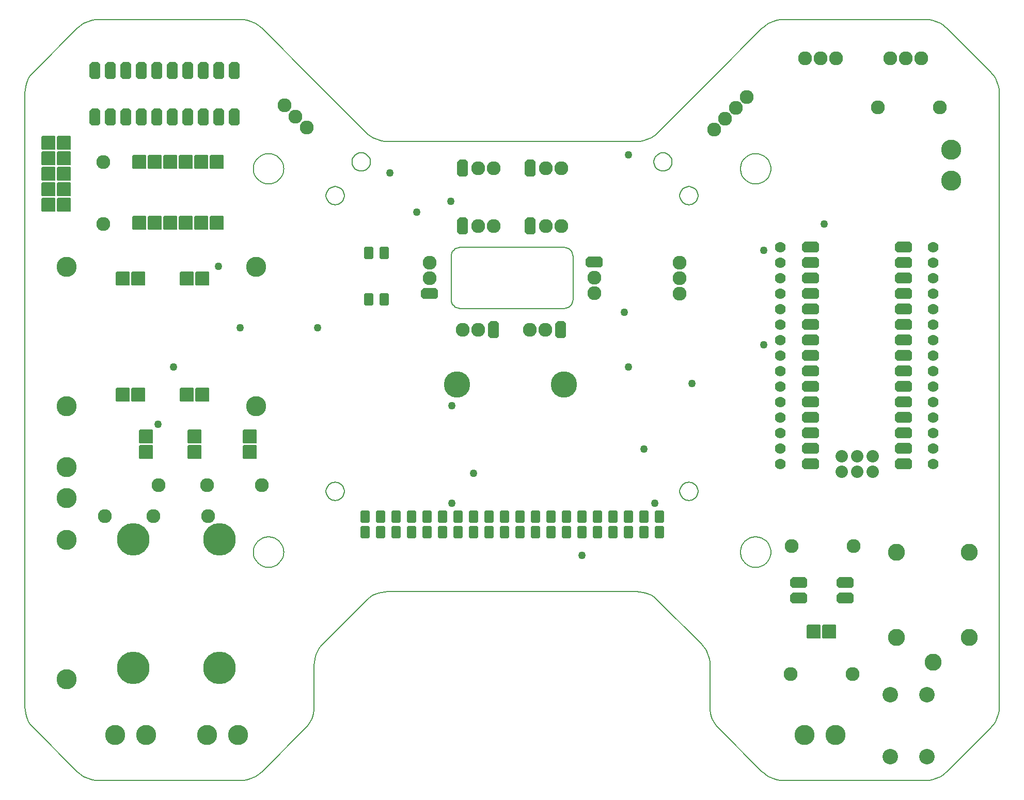
<source format=gbr>
G04 PROTEUS GERBER X2 FILE*
%TF.GenerationSoftware,Labcenter,Proteus,8.9-SP0-Build27865*%
%TF.CreationDate,2021-06-19T08:02:23+00:00*%
%TF.FileFunction,Soldermask,Top*%
%TF.FilePolarity,Negative*%
%TF.Part,Single*%
%TF.SameCoordinates,{64bffbd5-d61a-4640-9b31-8bd0ff2465da}*%
%FSLAX45Y45*%
%MOMM*%
G01*
%TA.AperFunction,Material*%
%ADD28C,1.270000*%
%AMPPAD021*
4,1,36,
-0.457200,1.016000,
0.457200,1.016000,
0.519520,1.009940,
0.577160,0.992490,
0.628980,0.964770,
0.673890,0.927890,
0.710760,0.882980,
0.738480,0.831160,
0.755930,0.773520,
0.762000,0.711200,
0.762000,-0.711200,
0.755930,-0.773520,
0.738480,-0.831160,
0.710760,-0.882980,
0.673890,-0.927890,
0.628980,-0.964770,
0.577160,-0.992490,
0.519520,-1.009940,
0.457200,-1.016000,
-0.457200,-1.016000,
-0.519520,-1.009940,
-0.577160,-0.992490,
-0.628980,-0.964770,
-0.673890,-0.927890,
-0.710760,-0.882980,
-0.738480,-0.831160,
-0.755930,-0.773520,
-0.762000,-0.711200,
-0.762000,0.711200,
-0.755930,0.773520,
-0.738480,0.831160,
-0.710760,0.882980,
-0.673890,0.927890,
-0.628980,0.964770,
-0.577160,0.992490,
-0.519520,1.009940,
-0.457200,1.016000,
0*%
%TA.AperFunction,Material*%
%ADD29PPAD021*%
%AMPPAD022*
4,1,8,
-0.509800,1.397000,
0.509800,1.397000,
0.889000,1.017800,
0.889000,-1.017800,
0.509800,-1.397000,
-0.509800,-1.397000,
-0.889000,-1.017800,
-0.889000,1.017800,
-0.509800,1.397000,
0*%
%TA.AperFunction,Material*%
%ADD72PPAD022*%
%ADD73C,2.286000*%
%AMPPAD024*
4,1,8,
1.397000,0.509800,
1.397000,-0.509800,
1.017800,-0.889000,
-1.017800,-0.889000,
-1.397000,-0.509800,
-1.397000,0.509800,
-1.017800,0.889000,
1.017800,0.889000,
1.397000,0.509800,
0*%
%ADD30PPAD024*%
%TA.AperFunction,Material*%
%ADD31C,3.302000*%
%TA.AperFunction,Material*%
%ADD32C,2.032000*%
%AMPPAD027*
4,1,36,
1.016000,-1.143000,
-1.016000,-1.143000,
-1.041970,-1.140470,
-1.065980,-1.133200,
-1.087580,-1.121650,
-1.106290,-1.106290,
-1.121650,-1.087570,
-1.133200,-1.065980,
-1.140470,-1.041970,
-1.143000,-1.016000,
-1.143000,1.016000,
-1.140470,1.041970,
-1.133200,1.065980,
-1.121650,1.087570,
-1.106290,1.106290,
-1.087580,1.121650,
-1.065980,1.133200,
-1.041970,1.140470,
-1.016000,1.143000,
1.016000,1.143000,
1.041970,1.140470,
1.065980,1.133200,
1.087580,1.121650,
1.106290,1.106290,
1.121650,1.087570,
1.133200,1.065980,
1.140470,1.041970,
1.143000,1.016000,
1.143000,-1.016000,
1.140470,-1.041970,
1.133200,-1.065980,
1.121650,-1.087570,
1.106290,-1.106290,
1.087580,-1.121650,
1.065980,-1.133200,
1.041970,-1.140470,
1.016000,-1.143000,
0*%
%TA.AperFunction,Material*%
%ADD33PPAD027*%
%TA.AperFunction,Material*%
%ADD34C,5.334000*%
%ADD35C,4.318000*%
%TA.AperFunction,Material*%
%ADD36C,2.794000*%
%AMPPAD031*
4,1,36,
-1.143000,-1.016000,
-1.143000,1.016000,
-1.140470,1.041970,
-1.133200,1.065980,
-1.121650,1.087580,
-1.106290,1.106290,
-1.087570,1.121650,
-1.065980,1.133200,
-1.041970,1.140470,
-1.016000,1.143000,
1.016000,1.143000,
1.041970,1.140470,
1.065980,1.133200,
1.087570,1.121650,
1.106290,1.106290,
1.121650,1.087580,
1.133200,1.065980,
1.140470,1.041970,
1.143000,1.016000,
1.143000,-1.016000,
1.140470,-1.041970,
1.133200,-1.065980,
1.121650,-1.087580,
1.106290,-1.106290,
1.087570,-1.121650,
1.065980,-1.133200,
1.041970,-1.140470,
1.016000,-1.143000,
-1.016000,-1.143000,
-1.041970,-1.140470,
-1.065980,-1.133200,
-1.087570,-1.121650,
-1.106290,-1.106290,
-1.121650,-1.087580,
-1.133200,-1.065980,
-1.140470,-1.041970,
-1.143000,-1.016000,
0*%
%TA.AperFunction,Material*%
%ADD37PPAD031*%
%ADD38C,2.540000*%
%TA.AperFunction,Material*%
%ADD39C,1.778000*%
%TA.AperFunction,Profile*%
%ADD23C,0.203200*%
%TD.AperFunction*%
D28*
X-4813300Y+1689100D03*
X-635000Y-1701800D03*
X+2946400Y-228600D03*
X+2336800Y-2197100D03*
X-990600Y-2197100D03*
X-990600Y-596900D03*
X-5549900Y+38100D03*
X+1905000Y+38100D03*
X-5803900Y-901700D03*
X+2159000Y-1308100D03*
X-3187700Y+685800D03*
X-4457700Y+685800D03*
X-2006600Y+3225800D03*
X+1905000Y+3517900D03*
X+1143000Y-3048000D03*
X+4127500Y+1955800D03*
X+4127500Y+406400D03*
X-1003300Y+2755900D03*
X-1562100Y+2578100D03*
X+5118100Y+2387600D03*
X+1841500Y+939800D03*
D29*
X+2413000Y-2417000D03*
X+2413000Y-2671000D03*
X+2159000Y-2417000D03*
X+2159000Y-2671000D03*
X+1905000Y-2417000D03*
X+1905000Y-2671000D03*
X+1651000Y-2417000D03*
X+1651000Y-2671000D03*
X+1397000Y-2417000D03*
X+1397000Y-2671000D03*
X+1143000Y-2417000D03*
X+1143000Y-2671000D03*
X+889000Y-2417000D03*
X+889000Y-2671000D03*
X+635000Y-2417000D03*
X+635000Y-2671000D03*
X+381000Y-2417000D03*
X+381000Y-2671000D03*
X+127000Y-2417000D03*
X+127000Y-2671000D03*
X-127000Y-2417000D03*
X-127000Y-2671000D03*
X-381000Y-2417000D03*
X-381000Y-2671000D03*
X-635000Y-2417000D03*
X-635000Y-2671000D03*
X-889000Y-2417000D03*
X-889000Y-2671000D03*
X-1143000Y-2417000D03*
X-1143000Y-2671000D03*
X-1397000Y-2417000D03*
X-1397000Y-2671000D03*
X-1651000Y-2417000D03*
X-1651000Y-2671000D03*
X-1905000Y-2417000D03*
X-1905000Y-2671000D03*
X-2159000Y-2417000D03*
X-2159000Y-2671000D03*
X-2413000Y-2417000D03*
X-2413000Y-2671000D03*
D72*
X+800000Y+650000D03*
D73*
X+546000Y+650000D03*
X+292000Y+650000D03*
D30*
X+1350000Y+1758000D03*
D73*
X+1350000Y+1504000D03*
X+1350000Y+1250000D03*
D72*
X-808000Y+2350000D03*
D73*
X-554000Y+2350000D03*
X-300000Y+2350000D03*
D72*
X-300000Y+650000D03*
D73*
X-554000Y+650000D03*
X-808000Y+650000D03*
D30*
X-1350000Y+1246000D03*
D73*
X-1350000Y+1500000D03*
X-1350000Y+1754000D03*
D72*
X+300000Y+2350000D03*
D73*
X+554000Y+2350000D03*
X+808000Y+2350000D03*
D72*
X-808000Y+3300000D03*
D73*
X-554000Y+3300000D03*
X-300000Y+3300000D03*
D31*
X-6000000Y-6000000D03*
X-6508000Y-6000000D03*
X-4492000Y-6000000D03*
X-5000000Y-6000000D03*
D30*
X+4900000Y-286000D03*
X+4900000Y-32000D03*
X+4900000Y+222000D03*
X+4900000Y+476000D03*
X+4900000Y+730000D03*
X+4900000Y+984000D03*
X+4900000Y+1238000D03*
X+4900000Y+1492000D03*
X+4900000Y+1746000D03*
X+4900000Y+2000000D03*
X+4900000Y-1556000D03*
X+4900000Y-1302000D03*
X+4900000Y-1048000D03*
X+4900000Y-794000D03*
X+4900000Y-540000D03*
X+6424000Y-1556000D03*
X+6424000Y-1302000D03*
X+6424000Y-1048000D03*
X+6424000Y-794000D03*
X+6424000Y-540000D03*
X+6424000Y-286000D03*
X+6424000Y-32000D03*
X+6424000Y+222000D03*
X+6424000Y+476000D03*
X+6424000Y+730000D03*
X+6424000Y+984000D03*
X+6424000Y+1238000D03*
X+6424000Y+1492000D03*
X+6424000Y+1746000D03*
X+6424000Y+2000000D03*
D32*
X+5408000Y-1683000D03*
X+5662000Y-1683000D03*
X+5916000Y-1683000D03*
X+5916000Y-1429000D03*
X+5662000Y-1429000D03*
X+5408000Y-1429000D03*
D33*
X-4838000Y+3400000D03*
X-5092000Y+3400000D03*
X-5346000Y+3400000D03*
X-5600000Y+3400000D03*
X-5854000Y+3400000D03*
X-6108000Y+3400000D03*
X-4838000Y+2400000D03*
X-5092000Y+2400000D03*
X-5346000Y+2400000D03*
X-5600000Y+2400000D03*
X-5854000Y+2400000D03*
X-6108000Y+2400000D03*
D34*
X-6208000Y-4900000D03*
X-6208000Y-2790000D03*
X-4800000Y-4900000D03*
X-4800000Y-2790000D03*
D35*
X-900000Y-250000D03*
X+850000Y-250000D03*
D33*
X-5076000Y-414000D03*
X-5330000Y-414000D03*
X-6130000Y-414000D03*
X-6384000Y-414000D03*
X-5076000Y+1486000D03*
X-5330000Y+1486000D03*
X-6130000Y+1486000D03*
X-6384000Y+1486000D03*
D31*
X-7300000Y-5086000D03*
X-7300000Y-2800000D03*
X-4200000Y-600000D03*
X-4200000Y+1686000D03*
X-7300000Y-600000D03*
X-7300000Y+1686000D03*
D72*
X+296000Y+3300000D03*
D73*
X+550000Y+3300000D03*
X+804000Y+3300000D03*
D31*
X-7300000Y-1600000D03*
X-7300000Y-2108000D03*
D72*
X-4552000Y+4900000D03*
X-4806000Y+4900000D03*
X-5060000Y+4900000D03*
X-5314000Y+4900000D03*
X-5568000Y+4900000D03*
X-5822000Y+4900000D03*
X-6076000Y+4900000D03*
X-6330000Y+4900000D03*
X-6584000Y+4900000D03*
X-6838000Y+4900000D03*
X-6838000Y+4138000D03*
X-6584000Y+4138000D03*
X-6330000Y+4138000D03*
X-6076000Y+4138000D03*
X-5822000Y+4138000D03*
X-5568000Y+4138000D03*
X-5314000Y+4138000D03*
X-5060000Y+4138000D03*
X-4806000Y+4138000D03*
X-4552000Y+4138000D03*
D36*
X+6300000Y-4400000D03*
X+7500000Y-4400000D03*
X+6900000Y-4800000D03*
X+7500000Y-3000000D03*
X+6300000Y-3000000D03*
D73*
X+6000000Y+4300000D03*
X+7016000Y+4300000D03*
D30*
X+4700000Y-3500000D03*
X+4700000Y-3754000D03*
X+5462000Y-3754000D03*
X+5462000Y-3500000D03*
D37*
X-4300000Y-1354000D03*
X-4300000Y-1100000D03*
X-5200000Y-1354000D03*
X-5200000Y-1100000D03*
X-6000000Y-1354000D03*
X-6000000Y-1100000D03*
D31*
X+5300000Y-6000000D03*
X+4792000Y-6000000D03*
D73*
X-6679882Y-2408000D03*
X-5800000Y-1900000D03*
X-5879882Y-2408000D03*
X-5000000Y-1900000D03*
X+4584000Y-2900000D03*
X+5600000Y-2900000D03*
X-4979882Y-2408000D03*
X-4100000Y-1900000D03*
X-6700000Y+3400000D03*
X-6700000Y+2384000D03*
D33*
X+5200000Y-4300000D03*
X+4946000Y-4300000D03*
D73*
X+3311592Y+3930592D03*
X+3491197Y+4110197D03*
X+3670802Y+4289802D03*
X+3850407Y+4469408D03*
X+6200000Y+5100000D03*
X+6454000Y+5100000D03*
X+6708000Y+5100000D03*
X+5584000Y-5000000D03*
X+4568000Y-5000000D03*
D38*
X+6200000Y-6350000D03*
X+6200000Y-5334000D03*
X+6800000Y-6350000D03*
X+6800000Y-5334000D03*
D73*
X+4800000Y+5100000D03*
X+5054000Y+5100000D03*
X+5308000Y+5100000D03*
D39*
X+4400000Y-1556000D03*
X+4400000Y-1302000D03*
X+4400000Y-1048000D03*
X+4400000Y-794000D03*
X+4400000Y-540000D03*
X+4400000Y-286000D03*
X+4400000Y-32000D03*
X+4400000Y+222000D03*
X+4400000Y+476000D03*
X+4400000Y+730000D03*
X+4400000Y+984000D03*
X+4400000Y+1238000D03*
X+4400000Y+1492000D03*
X+4400000Y+1746000D03*
X+4400000Y+2000000D03*
X+6900000Y-1556000D03*
X+6900000Y-1302000D03*
X+6900000Y-1048000D03*
X+6900000Y-794000D03*
X+6900000Y-540000D03*
X+6900000Y-286000D03*
X+6900000Y-32000D03*
X+6900000Y+222000D03*
X+6900000Y+476000D03*
X+6900000Y+730000D03*
X+6900000Y+984000D03*
X+6900000Y+1238000D03*
X+6900000Y+1492000D03*
X+6900000Y+1746000D03*
X+6900000Y+2000000D03*
D31*
X+7200000Y+3100000D03*
X+7200000Y+3608000D03*
D37*
X-7604000Y+3712000D03*
X-7604000Y+3458000D03*
X-7604000Y+3204000D03*
X-7604000Y+2950000D03*
X-7604000Y+2696000D03*
X-7350000Y+2696000D03*
X-7350000Y+2950000D03*
X-7350000Y+3204000D03*
X-7350000Y+3458000D03*
X-7350000Y+3712000D03*
D73*
X+2750000Y+1754000D03*
X+2750000Y+1500000D03*
X+2750000Y+1246000D03*
X-3729605Y+4329605D03*
X-3550000Y+4150000D03*
X-3370394Y+3970394D03*
D29*
X-2354000Y+1150000D03*
X-2100000Y+1150000D03*
X-2100000Y+1912000D03*
X-2354000Y+1912000D03*
D23*
X-2323896Y+3403910D02*
X-2324397Y+3416146D01*
X-2328466Y+3440620D01*
X-2336967Y+3465094D01*
X-2350817Y+3489568D01*
X-2372007Y+3513878D01*
X-2396481Y+3532238D01*
X-2420955Y+3544072D01*
X-2445429Y+3550963D01*
X-2469903Y+3553597D01*
X-2473629Y+3553643D01*
X-2623362Y+3403910D02*
X-2622861Y+3416146D01*
X-2618792Y+3440620D01*
X-2610291Y+3465094D01*
X-2596441Y+3489568D01*
X-2575251Y+3513878D01*
X-2550777Y+3532238D01*
X-2526303Y+3544072D01*
X-2501829Y+3550963D01*
X-2477355Y+3553597D01*
X-2473629Y+3553643D01*
X-2623362Y+3403910D02*
X-2622861Y+3391674D01*
X-2618792Y+3367200D01*
X-2610291Y+3342726D01*
X-2596441Y+3318252D01*
X-2575251Y+3293942D01*
X-2550777Y+3275582D01*
X-2526303Y+3263748D01*
X-2501829Y+3256857D01*
X-2477355Y+3254223D01*
X-2473629Y+3254177D01*
X-2323896Y+3403910D02*
X-2324397Y+3391674D01*
X-2328466Y+3367200D01*
X-2336967Y+3342726D01*
X-2350817Y+3318252D01*
X-2372007Y+3293942D01*
X-2396481Y+3275582D01*
X-2420955Y+3263748D01*
X-2445429Y+3256857D01*
X-2469903Y+3254223D01*
X-2473629Y+3254177D01*
X+2623282Y+3403910D02*
X+2622781Y+3416146D01*
X+2618712Y+3440620D01*
X+2610211Y+3465094D01*
X+2596361Y+3489568D01*
X+2575171Y+3513878D01*
X+2550697Y+3532238D01*
X+2526223Y+3544072D01*
X+2501749Y+3550963D01*
X+2477275Y+3553597D01*
X+2473549Y+3553643D01*
X+2323816Y+3403910D02*
X+2324317Y+3416146D01*
X+2328386Y+3440620D01*
X+2336887Y+3465094D01*
X+2350737Y+3489568D01*
X+2371927Y+3513878D01*
X+2396401Y+3532238D01*
X+2420875Y+3544072D01*
X+2445349Y+3550963D01*
X+2469823Y+3553597D01*
X+2473549Y+3553643D01*
X+2323816Y+3403910D02*
X+2324317Y+3391674D01*
X+2328386Y+3367200D01*
X+2336887Y+3342726D01*
X+2350737Y+3318252D01*
X+2371927Y+3293942D01*
X+2396401Y+3275582D01*
X+2420875Y+3263748D01*
X+2445349Y+3256857D01*
X+2469823Y+3254223D01*
X+2473549Y+3254177D01*
X+2623282Y+3403910D02*
X+2622781Y+3391674D01*
X+2618712Y+3367200D01*
X+2610211Y+3342726D01*
X+2596361Y+3318252D01*
X+2575171Y+3293942D01*
X+2550697Y+3275582D01*
X+2526223Y+3263748D01*
X+2501749Y+3256857D01*
X+2477275Y+3254223D01*
X+2473549Y+3254177D01*
X+2623282Y+3403910D02*
X+2622781Y+3416146D01*
X+2618712Y+3440620D01*
X+2610211Y+3465094D01*
X+2596361Y+3489568D01*
X+2575171Y+3513878D01*
X+2550697Y+3532238D01*
X+2526223Y+3544072D01*
X+2501749Y+3550963D01*
X+2477275Y+3553597D01*
X+2473549Y+3553643D01*
X+2323816Y+3403910D02*
X+2324317Y+3416146D01*
X+2328386Y+3440620D01*
X+2336887Y+3465094D01*
X+2350737Y+3489568D01*
X+2371927Y+3513878D01*
X+2396401Y+3532238D01*
X+2420875Y+3544072D01*
X+2445349Y+3550963D01*
X+2469823Y+3553597D01*
X+2473549Y+3553643D01*
X+2323816Y+3403910D02*
X+2324317Y+3391674D01*
X+2328386Y+3367200D01*
X+2336887Y+3342726D01*
X+2350737Y+3318252D01*
X+2371927Y+3293942D01*
X+2396401Y+3275582D01*
X+2420875Y+3263748D01*
X+2445349Y+3256857D01*
X+2469823Y+3254223D01*
X+2473549Y+3254177D01*
X+2623282Y+3403910D02*
X+2622781Y+3391674D01*
X+2618712Y+3367200D01*
X+2610211Y+3342726D01*
X+2596361Y+3318252D01*
X+2575171Y+3293942D01*
X+2550697Y+3275582D01*
X+2526223Y+3263748D01*
X+2501749Y+3256857D01*
X+2477275Y+3254223D01*
X+2473549Y+3254177D01*
X-2323896Y+3403910D02*
X-2324397Y+3416146D01*
X-2328466Y+3440620D01*
X-2336967Y+3465094D01*
X-2350817Y+3489568D01*
X-2372007Y+3513878D01*
X-2396481Y+3532238D01*
X-2420955Y+3544072D01*
X-2445429Y+3550963D01*
X-2469903Y+3553597D01*
X-2473629Y+3553643D01*
X-2623362Y+3403910D02*
X-2622861Y+3416146D01*
X-2618792Y+3440620D01*
X-2610291Y+3465094D01*
X-2596441Y+3489568D01*
X-2575251Y+3513878D01*
X-2550777Y+3532238D01*
X-2526303Y+3544072D01*
X-2501829Y+3550963D01*
X-2477355Y+3553597D01*
X-2473629Y+3553643D01*
X-2623362Y+3403910D02*
X-2622861Y+3391674D01*
X-2618792Y+3367200D01*
X-2610291Y+3342726D01*
X-2596441Y+3318252D01*
X-2575251Y+3293942D01*
X-2550777Y+3275582D01*
X-2526303Y+3263748D01*
X-2501829Y+3256857D01*
X-2477355Y+3254223D01*
X-2473629Y+3254177D01*
X-2323896Y+3403910D02*
X-2324397Y+3391674D01*
X-2328466Y+3367200D01*
X-2336967Y+3342726D01*
X-2350817Y+3318252D01*
X-2372007Y+3293942D01*
X-2396481Y+3275582D01*
X-2420955Y+3263748D01*
X-2445429Y+3256857D01*
X-2469903Y+3254223D01*
X-2473629Y+3254177D01*
X-7133766Y-6594814D02*
X-7839614Y-5888966D01*
X-7985800Y-5536042D02*
X-7983275Y-5587910D01*
X-7975839Y-5638064D01*
X-7963697Y-5686255D01*
X-7947056Y-5732230D01*
X-7926121Y-5775740D01*
X-7901098Y-5816533D01*
X-7872194Y-5854359D01*
X-7839614Y-5888966D01*
X-7985800Y-5536042D02*
X-7985800Y+4531792D01*
X-7983275Y+4583660D01*
X-7975839Y+4633814D01*
X-7963697Y+4682005D01*
X-7947056Y+4727980D01*
X-7926121Y+4771490D01*
X-7901098Y+4812283D01*
X-7872194Y+4850109D01*
X-7839614Y+4884716D01*
X-7839610Y+4884720D02*
X-7133770Y+5590560D01*
X-7133766Y+5590564D02*
X-7099159Y+5623144D01*
X-7061333Y+5652048D01*
X-7020540Y+5677070D01*
X-6977030Y+5698006D01*
X-6931055Y+5714647D01*
X-6882864Y+5726789D01*
X-6832710Y+5734225D01*
X-6780842Y+5736750D01*
X-4449213Y+5736750D01*
X-4096289Y+5590564D02*
X-4130896Y+5623144D01*
X-4168722Y+5652048D01*
X-4209515Y+5677070D01*
X-4253025Y+5698006D01*
X-4299001Y+5714647D01*
X-4347191Y+5726789D01*
X-4397346Y+5734225D01*
X-4449213Y+5736750D01*
X-4096289Y+5590564D02*
X-3244255Y+4738530D01*
X-3244250Y+4738530D02*
X-2392220Y+3886500D01*
X-2392221Y+3886496D02*
X-2357614Y+3853916D01*
X-2319788Y+3825012D01*
X-2278995Y+3799990D01*
X-2235485Y+3779054D01*
X-2189510Y+3762413D01*
X-2141319Y+3750271D01*
X-2091165Y+3742835D01*
X-2039297Y+3740310D01*
X+2039217Y+3740310D01*
X+2392141Y+3886496D02*
X+2357534Y+3853916D01*
X+2319708Y+3825012D01*
X+2278915Y+3799990D01*
X+2235405Y+3779054D01*
X+2189429Y+3762413D01*
X+2141239Y+3750271D01*
X+2091084Y+3742835D01*
X+2039217Y+3740310D01*
X+2392141Y+3886496D02*
X+3244175Y+4738530D01*
X+4096209Y+5590564D01*
X+4130816Y+5623144D01*
X+4168642Y+5652048D01*
X+4209435Y+5677070D01*
X+4252945Y+5698006D01*
X+4298920Y+5714647D01*
X+4347111Y+5726789D01*
X+4397265Y+5734225D01*
X+4449133Y+5736750D01*
X+6780762Y+5736750D01*
X+7133686Y+5590564D02*
X+7099079Y+5623144D01*
X+7061253Y+5652048D01*
X+7020460Y+5677070D01*
X+6976950Y+5698006D01*
X+6930975Y+5714647D01*
X+6882784Y+5726789D01*
X+6832630Y+5734225D01*
X+6780762Y+5736750D01*
X+7133686Y+5590564D02*
X+7839534Y+4884716D01*
X+7985720Y+4531792D02*
X+7983195Y+4583660D01*
X+7975759Y+4633814D01*
X+7963617Y+4682005D01*
X+7946976Y+4727980D01*
X+7926041Y+4771490D01*
X+7901018Y+4812283D01*
X+7872114Y+4850109D01*
X+7839534Y+4884716D01*
X+7985720Y+4531792D02*
X+7985720Y-5536042D01*
X+7983195Y-5587910D01*
X+7975759Y-5638064D01*
X+7963617Y-5686255D01*
X+7946976Y-5732230D01*
X+7926041Y-5775740D01*
X+7901018Y-5816533D01*
X+7872114Y-5854359D01*
X+7839534Y-5888966D01*
X+7133686Y-6594814D01*
X+7099079Y-6627394D01*
X+7061253Y-6656298D01*
X+7020460Y-6681320D01*
X+6976950Y-6702256D01*
X+6930975Y-6718897D01*
X+6882784Y-6731039D01*
X+6832630Y-6738475D01*
X+6780762Y-6741000D01*
X+4449133Y-6741000D01*
X+4096209Y-6594814D02*
X+4130816Y-6627394D01*
X+4168642Y-6656298D01*
X+4209435Y-6681320D01*
X+4252945Y-6702256D01*
X+4298920Y-6718897D01*
X+4347111Y-6731039D01*
X+4397265Y-6738475D01*
X+4449133Y-6741000D01*
X+4096209Y-6594814D02*
X+3390361Y-5888966D01*
X+3244175Y-5536042D02*
X+3246700Y-5587910D01*
X+3254136Y-5638064D01*
X+3266278Y-5686255D01*
X+3282920Y-5732230D01*
X+3303855Y-5775740D01*
X+3328877Y-5816533D01*
X+3357781Y-5854359D01*
X+3390361Y-5888966D01*
X+3244175Y-5536042D02*
X+3244175Y-4851476D01*
X+3241650Y-4799608D01*
X+3234214Y-4749454D01*
X+3222072Y-4701263D01*
X+3205430Y-4655288D01*
X+3184495Y-4611778D01*
X+3159473Y-4570985D01*
X+3130569Y-4533159D01*
X+3097989Y-4498552D01*
X+2392141Y-3792704D01*
X+2357534Y-3760124D01*
X+2319708Y-3731220D01*
X+2278915Y-3706198D01*
X+2235405Y-3685262D01*
X+2189429Y-3668621D01*
X+2141239Y-3656479D01*
X+2091084Y-3649043D01*
X+2039217Y-3646518D01*
X-2039297Y-3646518D01*
X-2392221Y-3792704D02*
X-2357614Y-3760124D01*
X-2319788Y-3731220D01*
X-2278995Y-3706198D01*
X-2235485Y-3685262D01*
X-2189510Y-3668621D01*
X-2141319Y-3656479D01*
X-2091165Y-3649043D01*
X-2039297Y-3646518D01*
X-2392221Y-3792704D02*
X-3098069Y-4498552D01*
X-3244255Y-4851476D02*
X-3241730Y-4799608D01*
X-3234294Y-4749454D01*
X-3222152Y-4701263D01*
X-3205510Y-4655288D01*
X-3184575Y-4611778D01*
X-3159553Y-4570985D01*
X-3130649Y-4533159D01*
X-3098069Y-4498552D01*
X-3244255Y-4851476D02*
X-3244255Y-5536042D01*
X-3246780Y-5587910D01*
X-3254216Y-5638064D01*
X-3266358Y-5686255D01*
X-3283000Y-5732230D01*
X-3303935Y-5775740D01*
X-3328957Y-5816533D01*
X-3357861Y-5854359D01*
X-3390441Y-5888966D01*
X-4096289Y-6594814D01*
X-4130896Y-6627394D01*
X-4168722Y-6656298D01*
X-4209515Y-6681320D01*
X-4253025Y-6702256D01*
X-4299001Y-6718897D01*
X-4347191Y-6731039D01*
X-4397346Y-6738475D01*
X-4449213Y-6741000D01*
X-6780842Y-6741000D01*
X-7133766Y-6594814D02*
X-7099159Y-6627394D01*
X-7061333Y-6656298D01*
X-7020540Y-6681320D01*
X-6977030Y-6702256D01*
X-6931055Y-6718897D01*
X-6882864Y-6731039D01*
X-6832710Y-6738475D01*
X-6780842Y-6741000D01*
X-3743365Y+3291111D02*
X-3744179Y+3311247D01*
X-3750787Y+3351520D01*
X-3764576Y+3391793D01*
X-3786985Y+3432066D01*
X-3821224Y+3472214D01*
X-3861497Y+3503256D01*
X-3901770Y+3523424D01*
X-3942043Y+3535425D01*
X-3982316Y+3540441D01*
X-3992920Y+3540666D01*
X-4242475Y+3291111D02*
X-4241661Y+3311247D01*
X-4235053Y+3351520D01*
X-4221264Y+3391793D01*
X-4198855Y+3432066D01*
X-4164616Y+3472214D01*
X-4124343Y+3503256D01*
X-4084070Y+3523424D01*
X-4043797Y+3535425D01*
X-4003524Y+3540441D01*
X-3992920Y+3540666D01*
X-4242475Y+3291111D02*
X-4241661Y+3270975D01*
X-4235053Y+3230702D01*
X-4221264Y+3190429D01*
X-4198855Y+3150156D01*
X-4164616Y+3110008D01*
X-4124343Y+3078966D01*
X-4084070Y+3058798D01*
X-4043797Y+3046797D01*
X-4003524Y+3041781D01*
X-3992920Y+3041556D01*
X-3743365Y+3291111D02*
X-3744179Y+3270975D01*
X-3750787Y+3230702D01*
X-3764576Y+3190429D01*
X-3786985Y+3150156D01*
X-3821224Y+3110008D01*
X-3861497Y+3078966D01*
X-3901770Y+3058798D01*
X-3942043Y+3046797D01*
X-3982316Y+3041781D01*
X-3992920Y+3041556D01*
X+4242395Y+3291111D02*
X+4241581Y+3311247D01*
X+4234973Y+3351520D01*
X+4221184Y+3391793D01*
X+4198775Y+3432066D01*
X+4164536Y+3472214D01*
X+4124263Y+3503256D01*
X+4083990Y+3523424D01*
X+4043717Y+3535425D01*
X+4003444Y+3540441D01*
X+3992840Y+3540666D01*
X+3743285Y+3291111D02*
X+3744099Y+3311247D01*
X+3750707Y+3351520D01*
X+3764496Y+3391793D01*
X+3786905Y+3432066D01*
X+3821144Y+3472214D01*
X+3861417Y+3503256D01*
X+3901690Y+3523424D01*
X+3941963Y+3535425D01*
X+3982236Y+3540441D01*
X+3992840Y+3540666D01*
X+3743285Y+3291111D02*
X+3744099Y+3270975D01*
X+3750707Y+3230702D01*
X+3764496Y+3190429D01*
X+3786905Y+3150156D01*
X+3821144Y+3110008D01*
X+3861417Y+3078966D01*
X+3901690Y+3058798D01*
X+3941963Y+3046797D01*
X+3982236Y+3041781D01*
X+3992840Y+3041556D01*
X+4242395Y+3291111D02*
X+4241581Y+3270975D01*
X+4234973Y+3230702D01*
X+4221184Y+3190429D01*
X+4198775Y+3150156D01*
X+4164536Y+3110008D01*
X+4124263Y+3078966D01*
X+4083990Y+3058798D01*
X+4043717Y+3046797D01*
X+4003444Y+3041781D01*
X+3992840Y+3041556D01*
X-3743365Y-2997675D02*
X-3744179Y-2977539D01*
X-3750787Y-2937266D01*
X-3764576Y-2896993D01*
X-3786985Y-2856720D01*
X-3821224Y-2816572D01*
X-3861497Y-2785530D01*
X-3901770Y-2765362D01*
X-3942043Y-2753361D01*
X-3982316Y-2748345D01*
X-3992920Y-2748120D01*
X-4242475Y-2997675D02*
X-4241661Y-2977539D01*
X-4235053Y-2937266D01*
X-4221264Y-2896993D01*
X-4198855Y-2856720D01*
X-4164616Y-2816572D01*
X-4124343Y-2785530D01*
X-4084070Y-2765362D01*
X-4043797Y-2753361D01*
X-4003524Y-2748345D01*
X-3992920Y-2748120D01*
X-4242475Y-2997675D02*
X-4241661Y-3017811D01*
X-4235053Y-3058084D01*
X-4221264Y-3098357D01*
X-4198855Y-3138630D01*
X-4164616Y-3178778D01*
X-4124343Y-3209820D01*
X-4084070Y-3229988D01*
X-4043797Y-3241989D01*
X-4003524Y-3247005D01*
X-3992920Y-3247230D01*
X-3743365Y-2997675D02*
X-3744179Y-3017811D01*
X-3750787Y-3058084D01*
X-3764576Y-3098357D01*
X-3786985Y-3138630D01*
X-3821224Y-3178778D01*
X-3861497Y-3209820D01*
X-3901770Y-3229988D01*
X-3942043Y-3241989D01*
X-3982316Y-3247005D01*
X-3992920Y-3247230D01*
X+4242395Y-2997675D02*
X+4241581Y-2977539D01*
X+4234973Y-2937266D01*
X+4221184Y-2896993D01*
X+4198775Y-2856720D01*
X+4164536Y-2816572D01*
X+4124263Y-2785530D01*
X+4083990Y-2765362D01*
X+4043717Y-2753361D01*
X+4003444Y-2748345D01*
X+3992840Y-2748120D01*
X+3743285Y-2997675D02*
X+3744099Y-2977539D01*
X+3750707Y-2937266D01*
X+3764496Y-2896993D01*
X+3786905Y-2856720D01*
X+3821144Y-2816572D01*
X+3861417Y-2785530D01*
X+3901690Y-2765362D01*
X+3941963Y-2753361D01*
X+3982236Y-2748345D01*
X+3992840Y-2748120D01*
X+3743285Y-2997675D02*
X+3744099Y-3017811D01*
X+3750707Y-3058084D01*
X+3764496Y-3098357D01*
X+3786905Y-3138630D01*
X+3821144Y-3178778D01*
X+3861417Y-3209820D01*
X+3901690Y-3229988D01*
X+3941963Y-3241989D01*
X+3982236Y-3247005D01*
X+3992840Y-3247230D01*
X+4242395Y-2997675D02*
X+4241581Y-3017811D01*
X+4234973Y-3058084D01*
X+4221184Y-3098357D01*
X+4198775Y-3138630D01*
X+4164536Y-3178778D01*
X+4124263Y-3209820D01*
X+4083990Y-3229988D01*
X+4043717Y-3241989D01*
X+4003444Y-3247005D01*
X+3992840Y-3247230D01*
X+850000Y+2000000D02*
X-850000Y+2000000D01*
X+1000000Y+1850000D02*
X+1000000Y+1150000D01*
X+850000Y+1000000D02*
X-850000Y+1000000D01*
X-1000000Y+1850000D02*
X-1000000Y+1150000D01*
X-850000Y+1000000D02*
X-880670Y+1002985D01*
X-909033Y+1011572D01*
X-934540Y+1025214D01*
X-956641Y+1043359D01*
X-974787Y+1065460D01*
X-988428Y+1090967D01*
X-997015Y+1119330D01*
X-1000000Y+1150000D01*
X+1000000Y+1150000D02*
X+997015Y+1119330D01*
X+988428Y+1090967D01*
X+974787Y+1065460D01*
X+956641Y+1043359D01*
X+934540Y+1025214D01*
X+909033Y+1011572D01*
X+880670Y+1002985D01*
X+850000Y+1000000D01*
X+850000Y+2000000D02*
X+880670Y+1997015D01*
X+909033Y+1988428D01*
X+934540Y+1974786D01*
X+956641Y+1956641D01*
X+974787Y+1934540D01*
X+988428Y+1909033D01*
X+997015Y+1880670D01*
X+1000000Y+1850000D01*
X-1000000Y+1850000D02*
X-997015Y+1880670D01*
X-988428Y+1909033D01*
X-974787Y+1934540D01*
X-956641Y+1956641D01*
X-934540Y+1974786D01*
X-909033Y+1988428D01*
X-880670Y+1997015D01*
X-850000Y+2000000D01*
X-2750000Y+2850000D02*
X-2750502Y+2862258D01*
X-2754578Y+2886775D01*
X-2763094Y+2911292D01*
X-2776968Y+2935809D01*
X-2798194Y+2960161D01*
X-2822711Y+2978555D01*
X-2847228Y+2990411D01*
X-2871745Y+2997315D01*
X-2896262Y+2999953D01*
X-2900000Y+3000000D01*
X-3050000Y+2850000D02*
X-3049498Y+2862258D01*
X-3045422Y+2886775D01*
X-3036906Y+2911292D01*
X-3023032Y+2935809D01*
X-3001806Y+2960161D01*
X-2977289Y+2978555D01*
X-2952772Y+2990411D01*
X-2928255Y+2997315D01*
X-2903738Y+2999953D01*
X-2900000Y+3000000D01*
X-3050000Y+2850000D02*
X-3049498Y+2837742D01*
X-3045422Y+2813225D01*
X-3036906Y+2788708D01*
X-3023032Y+2764191D01*
X-3001806Y+2739839D01*
X-2977289Y+2721445D01*
X-2952772Y+2709589D01*
X-2928255Y+2702685D01*
X-2903738Y+2700047D01*
X-2900000Y+2700000D01*
X-2750000Y+2850000D02*
X-2750502Y+2837742D01*
X-2754578Y+2813225D01*
X-2763094Y+2788708D01*
X-2776968Y+2764191D01*
X-2798194Y+2739839D01*
X-2822711Y+2721445D01*
X-2847228Y+2709589D01*
X-2871745Y+2702685D01*
X-2896262Y+2700047D01*
X-2900000Y+2700000D01*
X+3050000Y+2850000D02*
X+3049498Y+2862258D01*
X+3045422Y+2886775D01*
X+3036906Y+2911292D01*
X+3023032Y+2935809D01*
X+3001806Y+2960161D01*
X+2977289Y+2978555D01*
X+2952772Y+2990411D01*
X+2928255Y+2997315D01*
X+2903738Y+2999953D01*
X+2900000Y+3000000D01*
X+2750000Y+2850000D02*
X+2750502Y+2862258D01*
X+2754578Y+2886775D01*
X+2763094Y+2911292D01*
X+2776968Y+2935809D01*
X+2798194Y+2960161D01*
X+2822711Y+2978555D01*
X+2847228Y+2990411D01*
X+2871745Y+2997315D01*
X+2896262Y+2999953D01*
X+2900000Y+3000000D01*
X+2750000Y+2850000D02*
X+2750502Y+2837742D01*
X+2754578Y+2813225D01*
X+2763094Y+2788708D01*
X+2776968Y+2764191D01*
X+2798194Y+2739839D01*
X+2822711Y+2721445D01*
X+2847228Y+2709589D01*
X+2871745Y+2702685D01*
X+2896262Y+2700047D01*
X+2900000Y+2700000D01*
X+3050000Y+2850000D02*
X+3049498Y+2837742D01*
X+3045422Y+2813225D01*
X+3036906Y+2788708D01*
X+3023032Y+2764191D01*
X+3001806Y+2739839D01*
X+2977289Y+2721445D01*
X+2952772Y+2709589D01*
X+2928255Y+2702685D01*
X+2903738Y+2700047D01*
X+2900000Y+2700000D01*
X+3050000Y-2000000D02*
X+3049498Y-1987742D01*
X+3045422Y-1963225D01*
X+3036906Y-1938708D01*
X+3023032Y-1914191D01*
X+3001806Y-1889839D01*
X+2977289Y-1871445D01*
X+2952772Y-1859589D01*
X+2928255Y-1852685D01*
X+2903738Y-1850047D01*
X+2900000Y-1850000D01*
X+2750000Y-2000000D02*
X+2750502Y-1987742D01*
X+2754578Y-1963225D01*
X+2763094Y-1938708D01*
X+2776968Y-1914191D01*
X+2798194Y-1889839D01*
X+2822711Y-1871445D01*
X+2847228Y-1859589D01*
X+2871745Y-1852685D01*
X+2896262Y-1850047D01*
X+2900000Y-1850000D01*
X+2750000Y-2000000D02*
X+2750502Y-2012258D01*
X+2754578Y-2036775D01*
X+2763094Y-2061292D01*
X+2776968Y-2085809D01*
X+2798194Y-2110161D01*
X+2822711Y-2128555D01*
X+2847228Y-2140411D01*
X+2871745Y-2147315D01*
X+2896262Y-2149953D01*
X+2900000Y-2150000D01*
X+3050000Y-2000000D02*
X+3049498Y-2012258D01*
X+3045422Y-2036775D01*
X+3036906Y-2061292D01*
X+3023032Y-2085809D01*
X+3001806Y-2110161D01*
X+2977289Y-2128555D01*
X+2952772Y-2140411D01*
X+2928255Y-2147315D01*
X+2903738Y-2149953D01*
X+2900000Y-2150000D01*
X-2750000Y-2000000D02*
X-2750502Y-1987742D01*
X-2754578Y-1963225D01*
X-2763094Y-1938708D01*
X-2776968Y-1914191D01*
X-2798194Y-1889839D01*
X-2822711Y-1871445D01*
X-2847228Y-1859589D01*
X-2871745Y-1852685D01*
X-2896262Y-1850047D01*
X-2900000Y-1850000D01*
X-3050000Y-2000000D02*
X-3049498Y-1987742D01*
X-3045422Y-1963225D01*
X-3036906Y-1938708D01*
X-3023032Y-1914191D01*
X-3001806Y-1889839D01*
X-2977289Y-1871445D01*
X-2952772Y-1859589D01*
X-2928255Y-1852685D01*
X-2903738Y-1850047D01*
X-2900000Y-1850000D01*
X-3050000Y-2000000D02*
X-3049498Y-2012258D01*
X-3045422Y-2036775D01*
X-3036906Y-2061292D01*
X-3023032Y-2085809D01*
X-3001806Y-2110161D01*
X-2977289Y-2128555D01*
X-2952772Y-2140411D01*
X-2928255Y-2147315D01*
X-2903738Y-2149953D01*
X-2900000Y-2150000D01*
X-2750000Y-2000000D02*
X-2750502Y-2012258D01*
X-2754578Y-2036775D01*
X-2763094Y-2061292D01*
X-2776968Y-2085809D01*
X-2798194Y-2110161D01*
X-2822711Y-2128555D01*
X-2847228Y-2140411D01*
X-2871745Y-2147315D01*
X-2896262Y-2149953D01*
X-2900000Y-2150000D01*
M02*

</source>
